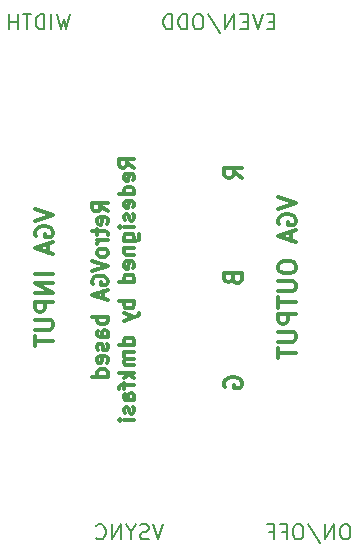
<source format=gbo>
G04 #@! TF.FileFunction,Legend,Bot*
%FSLAX46Y46*%
G04 Gerber Fmt 4.6, Leading zero omitted, Abs format (unit mm)*
G04 Created by KiCad (PCBNEW 4.0.5) date 2017 January 18, Wednesday 00:08:16*
%MOMM*%
%LPD*%
G01*
G04 APERTURE LIST*
%ADD10C,0.100000*%
%ADD11C,0.300000*%
%ADD12C,0.304800*%
%ADD13C,0.127000*%
G04 APERTURE END LIST*
D10*
D11*
X41373095Y-43922191D02*
X40754048Y-43488858D01*
X41373095Y-43179334D02*
X40073095Y-43179334D01*
X40073095Y-43674572D01*
X40135000Y-43798381D01*
X40196905Y-43860286D01*
X40320714Y-43922191D01*
X40506429Y-43922191D01*
X40630238Y-43860286D01*
X40692143Y-43798381D01*
X40754048Y-43674572D01*
X40754048Y-43179334D01*
X41311190Y-44974572D02*
X41373095Y-44850762D01*
X41373095Y-44603143D01*
X41311190Y-44479334D01*
X41187381Y-44417429D01*
X40692143Y-44417429D01*
X40568333Y-44479334D01*
X40506429Y-44603143D01*
X40506429Y-44850762D01*
X40568333Y-44974572D01*
X40692143Y-45036477D01*
X40815952Y-45036477D01*
X40939762Y-44417429D01*
X40506429Y-45407906D02*
X40506429Y-45903144D01*
X40073095Y-45593620D02*
X41187381Y-45593620D01*
X41311190Y-45655525D01*
X41373095Y-45779334D01*
X41373095Y-45903144D01*
X41373095Y-46336477D02*
X40506429Y-46336477D01*
X40754048Y-46336477D02*
X40630238Y-46398382D01*
X40568333Y-46460286D01*
X40506429Y-46584096D01*
X40506429Y-46707905D01*
X41373095Y-47326953D02*
X41311190Y-47203144D01*
X41249286Y-47141239D01*
X41125476Y-47079334D01*
X40754048Y-47079334D01*
X40630238Y-47141239D01*
X40568333Y-47203144D01*
X40506429Y-47326953D01*
X40506429Y-47512667D01*
X40568333Y-47636477D01*
X40630238Y-47698382D01*
X40754048Y-47760286D01*
X41125476Y-47760286D01*
X41249286Y-47698382D01*
X41311190Y-47636477D01*
X41373095Y-47512667D01*
X41373095Y-47326953D01*
X40073095Y-48131715D02*
X41373095Y-48565048D01*
X40073095Y-48998381D01*
X40135000Y-50112667D02*
X40073095Y-49988858D01*
X40073095Y-49803143D01*
X40135000Y-49617429D01*
X40258810Y-49493620D01*
X40382619Y-49431715D01*
X40630238Y-49369810D01*
X40815952Y-49369810D01*
X41063571Y-49431715D01*
X41187381Y-49493620D01*
X41311190Y-49617429D01*
X41373095Y-49803143D01*
X41373095Y-49926953D01*
X41311190Y-50112667D01*
X41249286Y-50174572D01*
X40815952Y-50174572D01*
X40815952Y-49926953D01*
X41001667Y-50669810D02*
X41001667Y-51288858D01*
X41373095Y-50546001D02*
X40073095Y-50979334D01*
X41373095Y-51412667D01*
X41373095Y-52836477D02*
X40073095Y-52836477D01*
X40568333Y-52836477D02*
X40506429Y-52960286D01*
X40506429Y-53207905D01*
X40568333Y-53331715D01*
X40630238Y-53393620D01*
X40754048Y-53455524D01*
X41125476Y-53455524D01*
X41249286Y-53393620D01*
X41311190Y-53331715D01*
X41373095Y-53207905D01*
X41373095Y-52960286D01*
X41311190Y-52836477D01*
X41373095Y-54569810D02*
X40692143Y-54569810D01*
X40568333Y-54507905D01*
X40506429Y-54384095D01*
X40506429Y-54136476D01*
X40568333Y-54012667D01*
X41311190Y-54569810D02*
X41373095Y-54446000D01*
X41373095Y-54136476D01*
X41311190Y-54012667D01*
X41187381Y-53950762D01*
X41063571Y-53950762D01*
X40939762Y-54012667D01*
X40877857Y-54136476D01*
X40877857Y-54446000D01*
X40815952Y-54569810D01*
X41311190Y-55126952D02*
X41373095Y-55250762D01*
X41373095Y-55498381D01*
X41311190Y-55622190D01*
X41187381Y-55684095D01*
X41125476Y-55684095D01*
X41001667Y-55622190D01*
X40939762Y-55498381D01*
X40939762Y-55312666D01*
X40877857Y-55188857D01*
X40754048Y-55126952D01*
X40692143Y-55126952D01*
X40568333Y-55188857D01*
X40506429Y-55312666D01*
X40506429Y-55498381D01*
X40568333Y-55622190D01*
X41311190Y-56736476D02*
X41373095Y-56612666D01*
X41373095Y-56365047D01*
X41311190Y-56241238D01*
X41187381Y-56179333D01*
X40692143Y-56179333D01*
X40568333Y-56241238D01*
X40506429Y-56365047D01*
X40506429Y-56612666D01*
X40568333Y-56736476D01*
X40692143Y-56798381D01*
X40815952Y-56798381D01*
X40939762Y-56179333D01*
X41373095Y-57912667D02*
X40073095Y-57912667D01*
X41311190Y-57912667D02*
X41373095Y-57788857D01*
X41373095Y-57541238D01*
X41311190Y-57417429D01*
X41249286Y-57355524D01*
X41125476Y-57293619D01*
X40754048Y-57293619D01*
X40630238Y-57355524D01*
X40568333Y-57417429D01*
X40506429Y-57541238D01*
X40506429Y-57788857D01*
X40568333Y-57912667D01*
X43623095Y-40238859D02*
X43004048Y-39805526D01*
X43623095Y-39496002D02*
X42323095Y-39496002D01*
X42323095Y-39991240D01*
X42385000Y-40115049D01*
X42446905Y-40176954D01*
X42570714Y-40238859D01*
X42756429Y-40238859D01*
X42880238Y-40176954D01*
X42942143Y-40115049D01*
X43004048Y-39991240D01*
X43004048Y-39496002D01*
X43561190Y-41291240D02*
X43623095Y-41167430D01*
X43623095Y-40919811D01*
X43561190Y-40796002D01*
X43437381Y-40734097D01*
X42942143Y-40734097D01*
X42818333Y-40796002D01*
X42756429Y-40919811D01*
X42756429Y-41167430D01*
X42818333Y-41291240D01*
X42942143Y-41353145D01*
X43065952Y-41353145D01*
X43189762Y-40734097D01*
X43623095Y-42467431D02*
X42323095Y-42467431D01*
X43561190Y-42467431D02*
X43623095Y-42343621D01*
X43623095Y-42096002D01*
X43561190Y-41972193D01*
X43499286Y-41910288D01*
X43375476Y-41848383D01*
X43004048Y-41848383D01*
X42880238Y-41910288D01*
X42818333Y-41972193D01*
X42756429Y-42096002D01*
X42756429Y-42343621D01*
X42818333Y-42467431D01*
X43561190Y-43581716D02*
X43623095Y-43457906D01*
X43623095Y-43210287D01*
X43561190Y-43086478D01*
X43437381Y-43024573D01*
X42942143Y-43024573D01*
X42818333Y-43086478D01*
X42756429Y-43210287D01*
X42756429Y-43457906D01*
X42818333Y-43581716D01*
X42942143Y-43643621D01*
X43065952Y-43643621D01*
X43189762Y-43024573D01*
X43561190Y-44138859D02*
X43623095Y-44262669D01*
X43623095Y-44510288D01*
X43561190Y-44634097D01*
X43437381Y-44696002D01*
X43375476Y-44696002D01*
X43251667Y-44634097D01*
X43189762Y-44510288D01*
X43189762Y-44324573D01*
X43127857Y-44200764D01*
X43004048Y-44138859D01*
X42942143Y-44138859D01*
X42818333Y-44200764D01*
X42756429Y-44324573D01*
X42756429Y-44510288D01*
X42818333Y-44634097D01*
X43623095Y-45253145D02*
X42756429Y-45253145D01*
X42323095Y-45253145D02*
X42385000Y-45191240D01*
X42446905Y-45253145D01*
X42385000Y-45315050D01*
X42323095Y-45253145D01*
X42446905Y-45253145D01*
X42756429Y-46429336D02*
X43808810Y-46429336D01*
X43932619Y-46367431D01*
X43994524Y-46305526D01*
X44056429Y-46181717D01*
X44056429Y-45996002D01*
X43994524Y-45872193D01*
X43561190Y-46429336D02*
X43623095Y-46305526D01*
X43623095Y-46057907D01*
X43561190Y-45934098D01*
X43499286Y-45872193D01*
X43375476Y-45810288D01*
X43004048Y-45810288D01*
X42880238Y-45872193D01*
X42818333Y-45934098D01*
X42756429Y-46057907D01*
X42756429Y-46305526D01*
X42818333Y-46429336D01*
X42756429Y-47048383D02*
X43623095Y-47048383D01*
X42880238Y-47048383D02*
X42818333Y-47110288D01*
X42756429Y-47234097D01*
X42756429Y-47419811D01*
X42818333Y-47543621D01*
X42942143Y-47605526D01*
X43623095Y-47605526D01*
X43561190Y-48719811D02*
X43623095Y-48596001D01*
X43623095Y-48348382D01*
X43561190Y-48224573D01*
X43437381Y-48162668D01*
X42942143Y-48162668D01*
X42818333Y-48224573D01*
X42756429Y-48348382D01*
X42756429Y-48596001D01*
X42818333Y-48719811D01*
X42942143Y-48781716D01*
X43065952Y-48781716D01*
X43189762Y-48162668D01*
X43623095Y-49896002D02*
X42323095Y-49896002D01*
X43561190Y-49896002D02*
X43623095Y-49772192D01*
X43623095Y-49524573D01*
X43561190Y-49400764D01*
X43499286Y-49338859D01*
X43375476Y-49276954D01*
X43004048Y-49276954D01*
X42880238Y-49338859D01*
X42818333Y-49400764D01*
X42756429Y-49524573D01*
X42756429Y-49772192D01*
X42818333Y-49896002D01*
X43623095Y-51505525D02*
X42323095Y-51505525D01*
X42818333Y-51505525D02*
X42756429Y-51629334D01*
X42756429Y-51876953D01*
X42818333Y-52000763D01*
X42880238Y-52062668D01*
X43004048Y-52124572D01*
X43375476Y-52124572D01*
X43499286Y-52062668D01*
X43561190Y-52000763D01*
X43623095Y-51876953D01*
X43623095Y-51629334D01*
X43561190Y-51505525D01*
X42756429Y-52557905D02*
X43623095Y-52867429D01*
X42756429Y-53176953D02*
X43623095Y-52867429D01*
X43932619Y-52743620D01*
X43994524Y-52681715D01*
X44056429Y-52557905D01*
X43623095Y-55219810D02*
X42323095Y-55219810D01*
X43561190Y-55219810D02*
X43623095Y-55096000D01*
X43623095Y-54848381D01*
X43561190Y-54724572D01*
X43499286Y-54662667D01*
X43375476Y-54600762D01*
X43004048Y-54600762D01*
X42880238Y-54662667D01*
X42818333Y-54724572D01*
X42756429Y-54848381D01*
X42756429Y-55096000D01*
X42818333Y-55219810D01*
X43623095Y-55838857D02*
X42756429Y-55838857D01*
X42880238Y-55838857D02*
X42818333Y-55900762D01*
X42756429Y-56024571D01*
X42756429Y-56210285D01*
X42818333Y-56334095D01*
X42942143Y-56396000D01*
X43623095Y-56396000D01*
X42942143Y-56396000D02*
X42818333Y-56457904D01*
X42756429Y-56581714D01*
X42756429Y-56767428D01*
X42818333Y-56891238D01*
X42942143Y-56953143D01*
X43623095Y-56953143D01*
X43623095Y-57572190D02*
X42323095Y-57572190D01*
X43127857Y-57695999D02*
X43623095Y-58067428D01*
X42756429Y-58067428D02*
X43251667Y-57572190D01*
X42756429Y-58438857D02*
X42756429Y-58934095D01*
X43623095Y-58624571D02*
X42508810Y-58624571D01*
X42385000Y-58686476D01*
X42323095Y-58810285D01*
X42323095Y-58934095D01*
X43623095Y-59924571D02*
X42942143Y-59924571D01*
X42818333Y-59862666D01*
X42756429Y-59738856D01*
X42756429Y-59491237D01*
X42818333Y-59367428D01*
X43561190Y-59924571D02*
X43623095Y-59800761D01*
X43623095Y-59491237D01*
X43561190Y-59367428D01*
X43437381Y-59305523D01*
X43313571Y-59305523D01*
X43189762Y-59367428D01*
X43127857Y-59491237D01*
X43127857Y-59800761D01*
X43065952Y-59924571D01*
X43561190Y-60481713D02*
X43623095Y-60605523D01*
X43623095Y-60853142D01*
X43561190Y-60976951D01*
X43437381Y-61038856D01*
X43375476Y-61038856D01*
X43251667Y-60976951D01*
X43189762Y-60853142D01*
X43189762Y-60667427D01*
X43127857Y-60543618D01*
X43004048Y-60481713D01*
X42942143Y-60481713D01*
X42818333Y-60543618D01*
X42756429Y-60667427D01*
X42756429Y-60853142D01*
X42818333Y-60976951D01*
X43623095Y-61595999D02*
X42756429Y-61595999D01*
X42323095Y-61595999D02*
X42385000Y-61534094D01*
X42446905Y-61595999D01*
X42385000Y-61657904D01*
X42323095Y-61595999D01*
X42446905Y-61595999D01*
D12*
X52759429Y-41111714D02*
X52033714Y-40603714D01*
X52759429Y-40240857D02*
X51235429Y-40240857D01*
X51235429Y-40821429D01*
X51308000Y-40966571D01*
X51380571Y-41039143D01*
X51525714Y-41111714D01*
X51743429Y-41111714D01*
X51888571Y-41039143D01*
X51961143Y-40966571D01*
X52033714Y-40821429D01*
X52033714Y-40240857D01*
X51308000Y-58819143D02*
X51235429Y-58674000D01*
X51235429Y-58456286D01*
X51308000Y-58238571D01*
X51453143Y-58093429D01*
X51598286Y-58020857D01*
X51888571Y-57948286D01*
X52106286Y-57948286D01*
X52396571Y-58020857D01*
X52541714Y-58093429D01*
X52686857Y-58238571D01*
X52759429Y-58456286D01*
X52759429Y-58601429D01*
X52686857Y-58819143D01*
X52614286Y-58891714D01*
X52106286Y-58891714D01*
X52106286Y-58601429D01*
X51961143Y-49638857D02*
X52033714Y-49856571D01*
X52106286Y-49929143D01*
X52251429Y-50001714D01*
X52469143Y-50001714D01*
X52614286Y-49929143D01*
X52686857Y-49856571D01*
X52759429Y-49711429D01*
X52759429Y-49130857D01*
X51235429Y-49130857D01*
X51235429Y-49638857D01*
X51308000Y-49784000D01*
X51380571Y-49856571D01*
X51525714Y-49929143D01*
X51670857Y-49929143D01*
X51816000Y-49856571D01*
X51888571Y-49784000D01*
X51961143Y-49638857D01*
X51961143Y-49130857D01*
X55807429Y-42708286D02*
X57331429Y-43216286D01*
X55807429Y-43724286D01*
X55880000Y-45030572D02*
X55807429Y-44885429D01*
X55807429Y-44667715D01*
X55880000Y-44450000D01*
X56025143Y-44304858D01*
X56170286Y-44232286D01*
X56460571Y-44159715D01*
X56678286Y-44159715D01*
X56968571Y-44232286D01*
X57113714Y-44304858D01*
X57258857Y-44450000D01*
X57331429Y-44667715D01*
X57331429Y-44812858D01*
X57258857Y-45030572D01*
X57186286Y-45103143D01*
X56678286Y-45103143D01*
X56678286Y-44812858D01*
X56896000Y-45683715D02*
X56896000Y-46409429D01*
X57331429Y-45538572D02*
X55807429Y-46046572D01*
X57331429Y-46554572D01*
X55807429Y-48514001D02*
X55807429Y-48804287D01*
X55880000Y-48949429D01*
X56025143Y-49094572D01*
X56315429Y-49167144D01*
X56823429Y-49167144D01*
X57113714Y-49094572D01*
X57258857Y-48949429D01*
X57331429Y-48804287D01*
X57331429Y-48514001D01*
X57258857Y-48368858D01*
X57113714Y-48223715D01*
X56823429Y-48151144D01*
X56315429Y-48151144D01*
X56025143Y-48223715D01*
X55880000Y-48368858D01*
X55807429Y-48514001D01*
X55807429Y-49820286D02*
X57041143Y-49820286D01*
X57186286Y-49892858D01*
X57258857Y-49965429D01*
X57331429Y-50110572D01*
X57331429Y-50400858D01*
X57258857Y-50546000D01*
X57186286Y-50618572D01*
X57041143Y-50691143D01*
X55807429Y-50691143D01*
X55807429Y-51199143D02*
X55807429Y-52070000D01*
X57331429Y-51634571D02*
X55807429Y-51634571D01*
X57331429Y-52578000D02*
X55807429Y-52578000D01*
X55807429Y-53158572D01*
X55880000Y-53303714D01*
X55952571Y-53376286D01*
X56097714Y-53448857D01*
X56315429Y-53448857D01*
X56460571Y-53376286D01*
X56533143Y-53303714D01*
X56605714Y-53158572D01*
X56605714Y-52578000D01*
X55807429Y-54102000D02*
X57041143Y-54102000D01*
X57186286Y-54174572D01*
X57258857Y-54247143D01*
X57331429Y-54392286D01*
X57331429Y-54682572D01*
X57258857Y-54827714D01*
X57186286Y-54900286D01*
X57041143Y-54972857D01*
X55807429Y-54972857D01*
X55807429Y-55480857D02*
X55807429Y-56351714D01*
X57331429Y-55916285D02*
X55807429Y-55916285D01*
X35233429Y-43724286D02*
X36757429Y-44232286D01*
X35233429Y-44740286D01*
X35306000Y-46046572D02*
X35233429Y-45901429D01*
X35233429Y-45683715D01*
X35306000Y-45466000D01*
X35451143Y-45320858D01*
X35596286Y-45248286D01*
X35886571Y-45175715D01*
X36104286Y-45175715D01*
X36394571Y-45248286D01*
X36539714Y-45320858D01*
X36684857Y-45466000D01*
X36757429Y-45683715D01*
X36757429Y-45828858D01*
X36684857Y-46046572D01*
X36612286Y-46119143D01*
X36104286Y-46119143D01*
X36104286Y-45828858D01*
X36322000Y-46699715D02*
X36322000Y-47425429D01*
X36757429Y-46554572D02*
X35233429Y-47062572D01*
X36757429Y-47570572D01*
X36757429Y-49239715D02*
X35233429Y-49239715D01*
X36757429Y-49965429D02*
X35233429Y-49965429D01*
X36757429Y-50836286D01*
X35233429Y-50836286D01*
X36757429Y-51562000D02*
X35233429Y-51562000D01*
X35233429Y-52142572D01*
X35306000Y-52287714D01*
X35378571Y-52360286D01*
X35523714Y-52432857D01*
X35741429Y-52432857D01*
X35886571Y-52360286D01*
X35959143Y-52287714D01*
X36031714Y-52142572D01*
X36031714Y-51562000D01*
X35233429Y-53086000D02*
X36467143Y-53086000D01*
X36612286Y-53158572D01*
X36684857Y-53231143D01*
X36757429Y-53376286D01*
X36757429Y-53666572D01*
X36684857Y-53811714D01*
X36612286Y-53884286D01*
X36467143Y-53956857D01*
X35233429Y-53956857D01*
X35233429Y-54464857D02*
X35233429Y-55335714D01*
X36757429Y-54900285D02*
X35233429Y-54900285D01*
D13*
X46052619Y-70424524D02*
X45629285Y-71694524D01*
X45205952Y-70424524D01*
X44843095Y-71634048D02*
X44661667Y-71694524D01*
X44359286Y-71694524D01*
X44238333Y-71634048D01*
X44177857Y-71573571D01*
X44117381Y-71452619D01*
X44117381Y-71331667D01*
X44177857Y-71210714D01*
X44238333Y-71150238D01*
X44359286Y-71089762D01*
X44601190Y-71029286D01*
X44722143Y-70968810D01*
X44782619Y-70908333D01*
X44843095Y-70787381D01*
X44843095Y-70666429D01*
X44782619Y-70545476D01*
X44722143Y-70485000D01*
X44601190Y-70424524D01*
X44298810Y-70424524D01*
X44117381Y-70485000D01*
X43331190Y-71089762D02*
X43331190Y-71694524D01*
X43754524Y-70424524D02*
X43331190Y-71089762D01*
X42907857Y-70424524D01*
X42484524Y-71694524D02*
X42484524Y-70424524D01*
X41758810Y-71694524D01*
X41758810Y-70424524D01*
X40428334Y-71573571D02*
X40488810Y-71634048D01*
X40670239Y-71694524D01*
X40791191Y-71694524D01*
X40972619Y-71634048D01*
X41093572Y-71513095D01*
X41154048Y-71392143D01*
X41214524Y-71150238D01*
X41214524Y-70968810D01*
X41154048Y-70726905D01*
X41093572Y-70605952D01*
X40972619Y-70485000D01*
X40791191Y-70424524D01*
X40670239Y-70424524D01*
X40488810Y-70485000D01*
X40428334Y-70545476D01*
X38190714Y-27244524D02*
X37888333Y-28514524D01*
X37646429Y-27607381D01*
X37404524Y-28514524D01*
X37102143Y-27244524D01*
X36618333Y-28514524D02*
X36618333Y-27244524D01*
X36013571Y-28514524D02*
X36013571Y-27244524D01*
X35711190Y-27244524D01*
X35529762Y-27305000D01*
X35408809Y-27425952D01*
X35348333Y-27546905D01*
X35287857Y-27788810D01*
X35287857Y-27970238D01*
X35348333Y-28212143D01*
X35408809Y-28333095D01*
X35529762Y-28454048D01*
X35711190Y-28514524D01*
X36013571Y-28514524D01*
X34925000Y-27244524D02*
X34199285Y-27244524D01*
X34562142Y-28514524D02*
X34562142Y-27244524D01*
X33775952Y-28514524D02*
X33775952Y-27244524D01*
X33775952Y-27849286D02*
X33050238Y-27849286D01*
X33050238Y-28514524D02*
X33050238Y-27244524D01*
X55456666Y-27849286D02*
X55033333Y-27849286D01*
X54851904Y-28514524D02*
X55456666Y-28514524D01*
X55456666Y-27244524D01*
X54851904Y-27244524D01*
X54489047Y-27244524D02*
X54065713Y-28514524D01*
X53642380Y-27244524D01*
X53219047Y-27849286D02*
X52795714Y-27849286D01*
X52614285Y-28514524D02*
X53219047Y-28514524D01*
X53219047Y-27244524D01*
X52614285Y-27244524D01*
X52069999Y-28514524D02*
X52069999Y-27244524D01*
X51344285Y-28514524D01*
X51344285Y-27244524D01*
X49832380Y-27184048D02*
X50920952Y-28816905D01*
X49167142Y-27244524D02*
X48925238Y-27244524D01*
X48804285Y-27305000D01*
X48683333Y-27425952D01*
X48622857Y-27667857D01*
X48622857Y-28091190D01*
X48683333Y-28333095D01*
X48804285Y-28454048D01*
X48925238Y-28514524D01*
X49167142Y-28514524D01*
X49288095Y-28454048D01*
X49409047Y-28333095D01*
X49469523Y-28091190D01*
X49469523Y-27667857D01*
X49409047Y-27425952D01*
X49288095Y-27305000D01*
X49167142Y-27244524D01*
X48078571Y-28514524D02*
X48078571Y-27244524D01*
X47776190Y-27244524D01*
X47594762Y-27305000D01*
X47473809Y-27425952D01*
X47413333Y-27546905D01*
X47352857Y-27788810D01*
X47352857Y-27970238D01*
X47413333Y-28212143D01*
X47473809Y-28333095D01*
X47594762Y-28454048D01*
X47776190Y-28514524D01*
X48078571Y-28514524D01*
X46808571Y-28514524D02*
X46808571Y-27244524D01*
X46506190Y-27244524D01*
X46324762Y-27305000D01*
X46203809Y-27425952D01*
X46143333Y-27546905D01*
X46082857Y-27788810D01*
X46082857Y-27970238D01*
X46143333Y-28212143D01*
X46203809Y-28333095D01*
X46324762Y-28454048D01*
X46506190Y-28514524D01*
X46808571Y-28514524D01*
X61625237Y-70424524D02*
X61383333Y-70424524D01*
X61262380Y-70485000D01*
X61141428Y-70605952D01*
X61080952Y-70847857D01*
X61080952Y-71271190D01*
X61141428Y-71513095D01*
X61262380Y-71634048D01*
X61383333Y-71694524D01*
X61625237Y-71694524D01*
X61746190Y-71634048D01*
X61867142Y-71513095D01*
X61927618Y-71271190D01*
X61927618Y-70847857D01*
X61867142Y-70605952D01*
X61746190Y-70485000D01*
X61625237Y-70424524D01*
X60536666Y-71694524D02*
X60536666Y-70424524D01*
X59810952Y-71694524D01*
X59810952Y-70424524D01*
X58299047Y-70364048D02*
X59387619Y-71996905D01*
X57633809Y-70424524D02*
X57391905Y-70424524D01*
X57270952Y-70485000D01*
X57150000Y-70605952D01*
X57089524Y-70847857D01*
X57089524Y-71271190D01*
X57150000Y-71513095D01*
X57270952Y-71634048D01*
X57391905Y-71694524D01*
X57633809Y-71694524D01*
X57754762Y-71634048D01*
X57875714Y-71513095D01*
X57936190Y-71271190D01*
X57936190Y-70847857D01*
X57875714Y-70605952D01*
X57754762Y-70485000D01*
X57633809Y-70424524D01*
X56121905Y-71029286D02*
X56545238Y-71029286D01*
X56545238Y-71694524D02*
X56545238Y-70424524D01*
X55940476Y-70424524D01*
X55033334Y-71029286D02*
X55456667Y-71029286D01*
X55456667Y-71694524D02*
X55456667Y-70424524D01*
X54851905Y-70424524D01*
M02*

</source>
